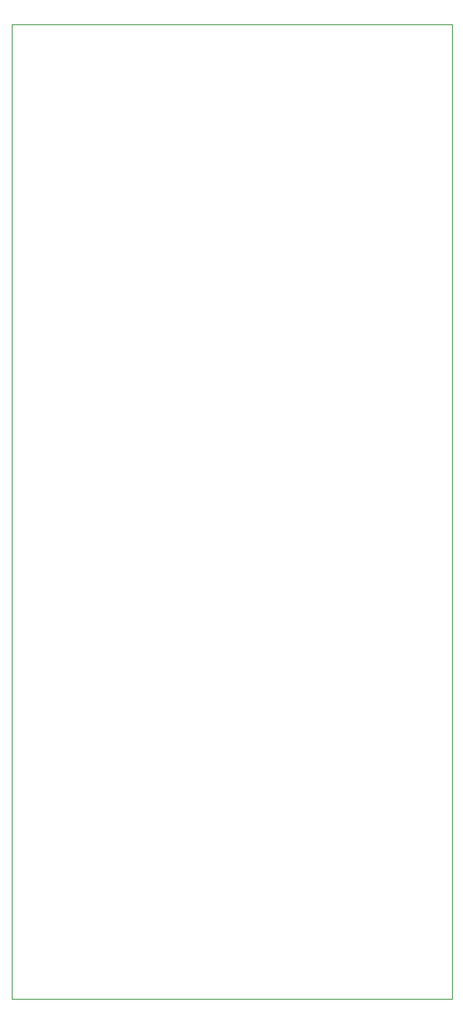
<source format=gbr>
G04 #@! TF.GenerationSoftware,KiCad,Pcbnew,(5.1.4-0)*
G04 #@! TF.CreationDate,2019-09-06T00:12:38-05:00*
G04 #@! TF.ProjectId,attenuverter,61747465-6e75-4766-9572-7465722e6b69,rev?*
G04 #@! TF.SameCoordinates,Original*
G04 #@! TF.FileFunction,Profile,NP*
%FSLAX46Y46*%
G04 Gerber Fmt 4.6, Leading zero omitted, Abs format (unit mm)*
G04 Created by KiCad (PCBNEW (5.1.4-0)) date 2019-09-06 00:12:38*
%MOMM*%
%LPD*%
G04 APERTURE LIST*
%ADD10C,0.120000*%
G04 APERTURE END LIST*
D10*
X97500000Y-152500000D02*
X97500000Y-47500000D01*
X145000000Y-152500000D02*
X97500000Y-152500000D01*
X145000000Y-47500000D02*
X145000000Y-152500000D01*
X97500000Y-47500000D02*
X145000000Y-47500000D01*
M02*

</source>
